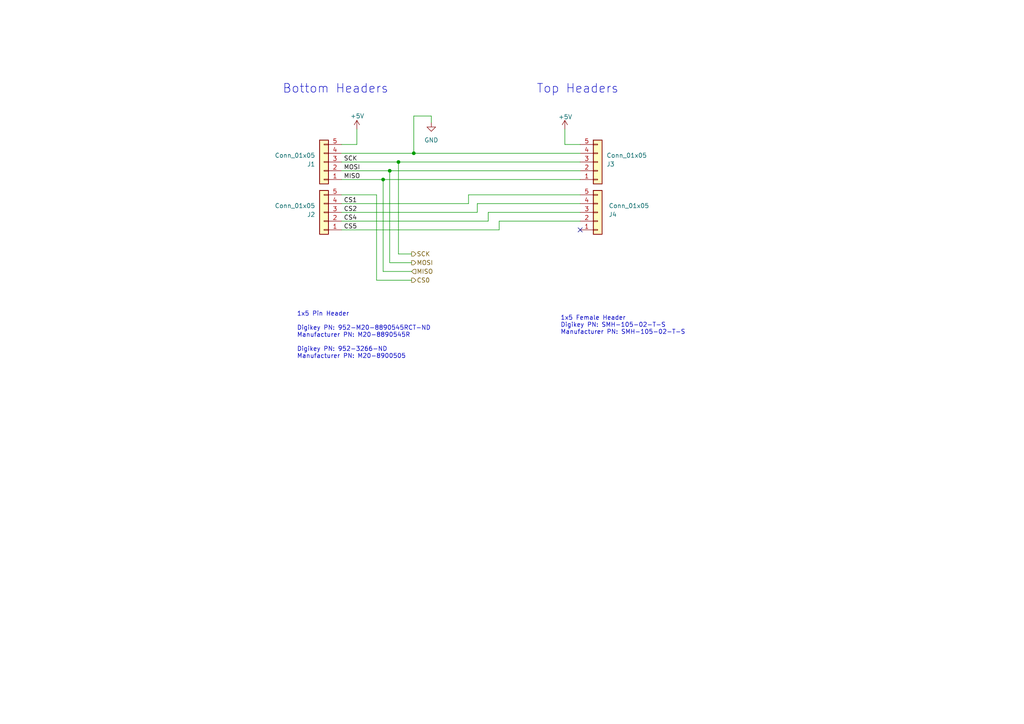
<source format=kicad_sch>
(kicad_sch (version 20250114) (generator "eeschema") (generator_version "9.0")
  (paper "A4")
  (lib_symbols
    (symbol "Connector_Generic:Conn_01x05" (pin_names (offset 1.016) (hide yes))
      (property "Reference" "J" (at 0 7.62 0))
      (property "Value" "Conn_01x05" (at 0 -7.62 0))
      (symbol "Conn_01x05_1_1"
        (rectangle (start -1.27 6.35) (end 1.27 -6.35) (stroke (width 0.254)) (fill (type background)))
        (rectangle (start -1.27 5.207) (end 0 4.953) (stroke (width 0.1524)))
        (rectangle (start -1.27 2.667) (end 0 2.413) (stroke (width 0.1524)))
        (rectangle (start -1.27 0.127) (end 0 -0.127) (stroke (width 0.1524)))
        (rectangle (start -1.27 -2.413) (end 0 -2.667) (stroke (width 0.1524)))
        (rectangle (start -1.27 -4.953) (end 0 -5.207) (stroke (width 0.1524)))
        (pin passive line (at -5.08 5.08 0) (length 3.81) (name "Pin_1") (number "1"))
        (pin passive line (at -5.08 2.54 0) (length 3.81) (name "Pin_2") (number "2"))
        (pin passive line (at -5.08 0 0) (length 3.81) (name "Pin_3") (number "3"))
        (pin passive line (at -5.08 -2.54 0) (length 3.81) (name "Pin_4") (number "4"))
        (pin passive line (at -5.08 -5.08 0) (length 3.81) (name "Pin_5") (number "5"))
      )
    )
    (symbol "power:+5V" (power) (pin_names (offset 0))
      (property "Value" "+5V" (at 0 3.556 0))
      (symbol "+5V_0_1"
        (polyline (pts (xy -0.762 1.27) (xy 0 2.54)))
        (polyline (pts (xy 0 2.54) (xy 0.762 1.27)))
        (polyline (pts (xy 0 0) (xy 0 2.54)))
      )
      (symbol "+5V_1_1"
        (pin power_in line (at 0 0 90) (length 0) (hide yes) (name "+5V") (number "1"))
      )
    )
    (symbol "power:GND" (power) (pin_names (offset 0))
      (property "Value" "GND" (at 0 -3.81 0))
      (symbol "GND_0_1"
        (polyline (pts (xy 0 0) (xy 0 -1.27) (xy 1.27 -1.27) (xy 0 -2.54) (xy -1.27 -1.27) (xy 0 -1.27)))
      )
      (symbol "GND_1_1"
        (pin power_in line (at 0 0 270) (length 0) (hide yes) (name "GND") (number "1"))
      )
    )
  )
  (text "1x5 Female Header\nDigikey PN: SMH-105-02-T-S\nManufacturer PN: SMH-105-02-T-S" (at 162.56 97.155 0) (effects (font (size 1.27 1.27)) (justify left bottom)))
  (text "Bottom Headers" (at 81.915 27.305 0) (effects (font (size 2.54 2.54)) (justify left bottom)))
  (text "1x5 Pin Header\n\nDigikey PN: 952-M20-8890545RCT-ND\nManufacturer PN: M20-8890545R\n\nDigikey PN: 952-3266-ND\nManufacturer PN: M20-8900505" (at 86.106 104.14 0) (effects (font (size 1.27 1.27)) (justify left bottom)))
  (text "Top Headers" (at 155.575 27.305 0) (effects (font (size 2.54 2.54)) (justify left bottom)))
  (junction (at 115.57 46.99))
  (junction (at 111.125 52.07))
  (junction (at 113.03 49.53))
  (junction (at 120.015 44.45))
  (no_connect (at 168.275 66.675))
  (wire (pts (xy 113.03 49.53) (xy 168.275 49.53)))
  (wire (pts (xy 168.275 41.91) (xy 163.83 41.91)))
  (wire (pts (xy 115.57 73.66) (xy 119.38 73.66)))
  (wire (pts (xy 138.43 61.595) (xy 138.43 59.055)))
  (wire (pts (xy 144.78 66.675) (xy 144.78 64.135)))
  (wire (pts (xy 99.06 61.595) (xy 138.43 61.595)))
  (wire (pts (xy 138.43 59.055) (xy 168.275 59.055)))
  (wire (pts (xy 144.78 64.135) (xy 168.275 64.135)))
  (wire (pts (xy 109.22 56.515) (xy 99.06 56.515)))
  (wire (pts (xy 103.505 37.465) (xy 103.505 41.91)))
  (wire (pts (xy 141.605 61.595) (xy 168.275 61.595)))
  (wire (pts (xy 111.125 78.74) (xy 119.38 78.74)))
  (wire (pts (xy 99.06 52.07) (xy 111.125 52.07)))
  (wire (pts (xy 141.605 64.135) (xy 141.605 61.595)))
  (wire (pts (xy 163.83 37.465) (xy 163.83 41.91)))
  (wire (pts (xy 125.095 33.655) (xy 125.095 35.56)))
  (wire (pts (xy 99.06 66.675) (xy 144.78 66.675)))
  (wire (pts (xy 99.06 46.99) (xy 115.57 46.99)))
  (wire (pts (xy 115.57 46.99) (xy 115.57 73.66)))
  (wire (pts (xy 111.125 52.07) (xy 168.275 52.07)))
  (wire (pts (xy 99.06 44.45) (xy 120.015 44.45)))
  (wire (pts (xy 135.89 56.515) (xy 168.275 56.515)))
  (wire (pts (xy 120.015 44.45) (xy 120.015 33.655)))
  (wire (pts (xy 99.06 49.53) (xy 113.03 49.53)))
  (wire (pts (xy 111.125 52.07) (xy 111.125 78.74)))
  (wire (pts (xy 109.22 81.28) (xy 109.22 56.515)))
  (wire (pts (xy 99.06 64.135) (xy 141.605 64.135)))
  (wire (pts (xy 119.38 81.28) (xy 109.22 81.28)))
  (wire (pts (xy 120.015 44.45) (xy 168.275 44.45)))
  (wire (pts (xy 99.06 41.91) (xy 103.505 41.91)))
  (wire (pts (xy 113.03 76.2) (xy 119.38 76.2)))
  (wire (pts (xy 99.06 59.055) (xy 135.89 59.055)))
  (wire (pts (xy 113.03 49.53) (xy 113.03 76.2)))
  (wire (pts (xy 135.89 59.055) (xy 135.89 56.515)))
  (wire (pts (xy 120.015 33.655) (xy 125.095 33.655)))
  (wire (pts (xy 115.57 46.99) (xy 168.275 46.99)))
  (label "CS2" (at 99.695 61.595 0))
  (label "MOSI" (at 99.695 49.53 0))
  (label "CS1" (at 99.695 59.055 0))
  (label "MISO" (at 99.695 52.07 0))
  (label "CS4" (at 99.695 64.135 0))
  (label "SCK" (at 99.695 46.99 0))
  (label "CS5" (at 99.695 66.675 0))
  (hierarchical_label "MISO" (shape input) (at 119.38 78.74 0))
  (hierarchical_label "CS0" (shape output) (at 119.38 81.28 0))
  (hierarchical_label "MOSI" (shape output) (at 119.38 76.2 0))
  (hierarchical_label "SCK" (shape output) (at 119.38 73.66 0))
  (symbol (lib_id "Connector_Generic:Conn_01x05") (at 93.98 61.595 180) (unit 1)
    (property "Reference" "J2" (at 91.44 62.23 0) (effects (justify left)))
    (property "Value" "Conn_01x05" (at 91.44 59.69 0) (effects (justify left)))
    (property "Footprint" "panel_custom:PinHeader_1x5_M20-8890545R" (effects (hide yes)))
  )
  (symbol (lib_id "power:+5V") (at 163.83 37.465 0) (unit 1)
    (property "Reference" "#PWR067" (effects (hide yes)))
    (property "Value" "+5V" (at 163.957 33.909 0))
  )
  (symbol (lib_id "Connector_Generic:Conn_01x05") (at 173.355 61.595 0) (mirror x) (unit 1)
    (property "Reference" "J4" (at 176.53 62.23 0) (effects (justify left)))
    (property "Value" "Conn_01x05" (at 176.53 59.69 0) (effects (justify left)))
    (property "Footprint" "panel_custom:ConnRcpt_1x5_SMH-105-02-X-S" (effects (hide yes)))
  )
  (symbol (lib_id "Connector_Generic:Conn_01x05") (at 173.355 46.99 0) (mirror x) (unit 1)
    (property "Reference" "J3" (at 175.895 47.625 0) (effects (justify left)))
    (property "Value" "Conn_01x05" (at 175.895 45.085 0) (effects (justify left)))
    (property "Footprint" "panel_custom:ConnRcpt_1x5_SMH-105-02-X-S" (effects (hide yes)))
  )
  (symbol (lib_id "power:GND") (at 125.095 35.56 0) (unit 1)
    (property "Reference" "#PWR068" (effects (hide yes)))
    (property "Value" "GND" (at 125.095 40.64 0))
  )
  (symbol (lib_id "power:+5V") (at 103.505 37.465 0) (mirror y) (unit 1)
    (property "Reference" "#PWR055" (effects (hide yes)))
    (property "Value" "+5V" (at 103.632 33.655 0))
  )
  (symbol (lib_id "Connector_Generic:Conn_01x05") (at 93.98 46.99 180) (unit 1)
    (property "Reference" "J1" (at 91.44 47.625 0) (effects (justify left)))
    (property "Value" "Conn_01x05" (at 91.44 45.085 0) (effects (justify left)))
    (property "Footprint" "panel_custom:PinHeader_1x5_M20-8890545R" (effects (hide yes)))
  )
)
</source>
